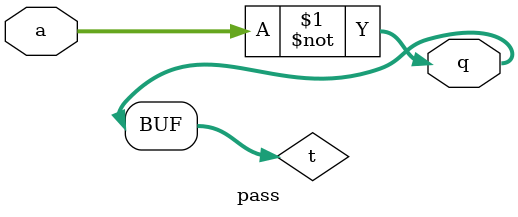
<source format=v>
module top(input [3:0] a, output [3:0] q);
   genvar gen_i;
   for(gen_i=0; gen_i<2; gen_i=gen_i+1)
      pass inst(.a(a[gen_i*2+:2]), .q(q[gen_i*2+:2]));
endmodule

module pass(input [1:0] a, output [1:0] q);
   wire [1:0] t = ~a;
   assign q = {t[1],t[0]};
endmodule
</source>
